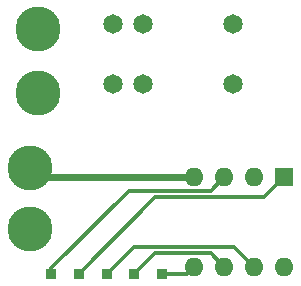
<source format=gbr>
%TF.GenerationSoftware,KiCad,Pcbnew,8.0.1*%
%TF.CreationDate,2024-12-19T13:08:11+01:00*%
%TF.ProjectId,on_off_switch,6f6e5f6f-6666-45f7-9377-697463682e6b,rev?*%
%TF.SameCoordinates,Original*%
%TF.FileFunction,Copper,L2,Bot*%
%TF.FilePolarity,Positive*%
%FSLAX46Y46*%
G04 Gerber Fmt 4.6, Leading zero omitted, Abs format (unit mm)*
G04 Created by KiCad (PCBNEW 8.0.1) date 2024-12-19 13:08:11*
%MOMM*%
%LPD*%
G01*
G04 APERTURE LIST*
%TA.AperFunction,ComponentPad*%
%ADD10C,3.800000*%
%TD*%
%TA.AperFunction,ComponentPad*%
%ADD11R,0.850000X0.850000*%
%TD*%
%TA.AperFunction,ComponentPad*%
%ADD12C,1.650000*%
%TD*%
%TA.AperFunction,ComponentPad*%
%ADD13R,1.600000X1.600000*%
%TD*%
%TA.AperFunction,ComponentPad*%
%ADD14O,1.600000X1.600000*%
%TD*%
%TA.AperFunction,Conductor*%
%ADD15C,0.350000*%
%TD*%
%TA.AperFunction,Conductor*%
%ADD16C,0.600000*%
%TD*%
G04 APERTURE END LIST*
D10*
%TO.P,+12V,1,1*%
%TO.N,+12V*%
X118110000Y-67560000D03*
%TD*%
%TO.P,GND,1,1*%
%TO.N,GND*%
X118090000Y-62330000D03*
%TD*%
D11*
%TO.P,PB1,1,1*%
%TO.N,Net-(U1-PB1)*%
X126950000Y-71350000D03*
%TD*%
D12*
%TO.P,K1,1,NC*%
%TO.N,unconnected-(K1-NC-Pad1)*%
X125185000Y-55240000D03*
%TO.P,K1,2,COIL_1*%
%TO.N,+5V*%
X127725000Y-55240000D03*
%TO.P,K1,3,COM_1*%
%TO.N,unconnected-(K1-COM_1-Pad3)*%
X135345000Y-55240000D03*
%TO.P,K1,4,COM_2*%
%TO.N,MCU_PIN_AS&G*%
X135345000Y-50160000D03*
%TO.P,K1,5,COIL_2*%
%TO.N,Net-(D1-A)*%
X127725000Y-50160000D03*
%TO.P,K1,6,NO*%
%TO.N,12VSIGNAL_PIN_AS&G*%
X125185000Y-50160000D03*
%TD*%
D10*
%TO.P,NO,1,1*%
%TO.N,12VSIGNAL_PIN_AS&G*%
X118777500Y-50630000D03*
%TD*%
%TO.P,COM,1,1*%
%TO.N,MCU_PIN_AS&G*%
X118777500Y-55980000D03*
%TD*%
D11*
%TO.P,PB4,1,1*%
%TO.N,Net-(U1-PB4)*%
X119920000Y-71350000D03*
%TD*%
%TO.P,PB0,1,1*%
%TO.N,Net-(U1-PB0)*%
X129290000Y-71350000D03*
%TD*%
D13*
%TO.P,U1,1,~{RESET}/PB5*%
%TO.N,Net-(U1-~{RESET}{slash}PB5)*%
X139660000Y-63140000D03*
D14*
%TO.P,U1,2,PB3*%
%TO.N,base_signal*%
X137120000Y-63140000D03*
%TO.P,U1,3,PB4*%
%TO.N,Net-(U1-PB4)*%
X134580000Y-63140000D03*
%TO.P,U1,4,GND*%
%TO.N,GND*%
X132040000Y-63140000D03*
%TO.P,U1,5,PB0*%
%TO.N,Net-(U1-PB0)*%
X132040000Y-70760000D03*
%TO.P,U1,6,PB1*%
%TO.N,Net-(U1-PB1)*%
X134580000Y-70760000D03*
%TO.P,U1,7,PB2*%
%TO.N,Net-(U1-PB2)*%
X137120000Y-70760000D03*
%TO.P,U1,8,VCC*%
%TO.N,+5V*%
X139660000Y-70760000D03*
%TD*%
D11*
%TO.P,PB5,1,1*%
%TO.N,Net-(U1-~{RESET}{slash}PB5)*%
X122260000Y-71350000D03*
%TD*%
%TO.P,PB2,1,1*%
%TO.N,Net-(U1-PB2)*%
X124600000Y-71360000D03*
%TD*%
D15*
%TO.N,Net-(U1-PB0)*%
X131450000Y-71350000D02*
X132040000Y-70760000D01*
X129290000Y-71350000D02*
X131450000Y-71350000D01*
%TO.N,Net-(U1-PB1)*%
X128715000Y-69585000D02*
X133405000Y-69585000D01*
X126950000Y-71350000D02*
X128715000Y-69585000D01*
X133405000Y-69585000D02*
X134580000Y-70760000D01*
%TO.N,Net-(U1-PB2)*%
X135395000Y-69035000D02*
X137120000Y-70760000D01*
X126925000Y-69035000D02*
X135395000Y-69035000D01*
X124600000Y-71360000D02*
X126925000Y-69035000D01*
%TO.N,Net-(U1-~{RESET}{slash}PB5)*%
X137935000Y-64865000D02*
X139660000Y-63140000D01*
X128745000Y-64865000D02*
X137935000Y-64865000D01*
X122260000Y-71350000D02*
X128745000Y-64865000D01*
%TO.N,Net-(U1-PB4)*%
X126465000Y-64315000D02*
X119920000Y-70860000D01*
X133405000Y-64315000D02*
X126465000Y-64315000D01*
X119920000Y-70860000D02*
X119920000Y-71350000D01*
X134580000Y-63140000D02*
X133405000Y-64315000D01*
D16*
%TO.N,GND*%
X119370000Y-63140000D02*
X118580000Y-62350000D01*
X132040000Y-63140000D02*
X119370000Y-63140000D01*
%TD*%
M02*

</source>
